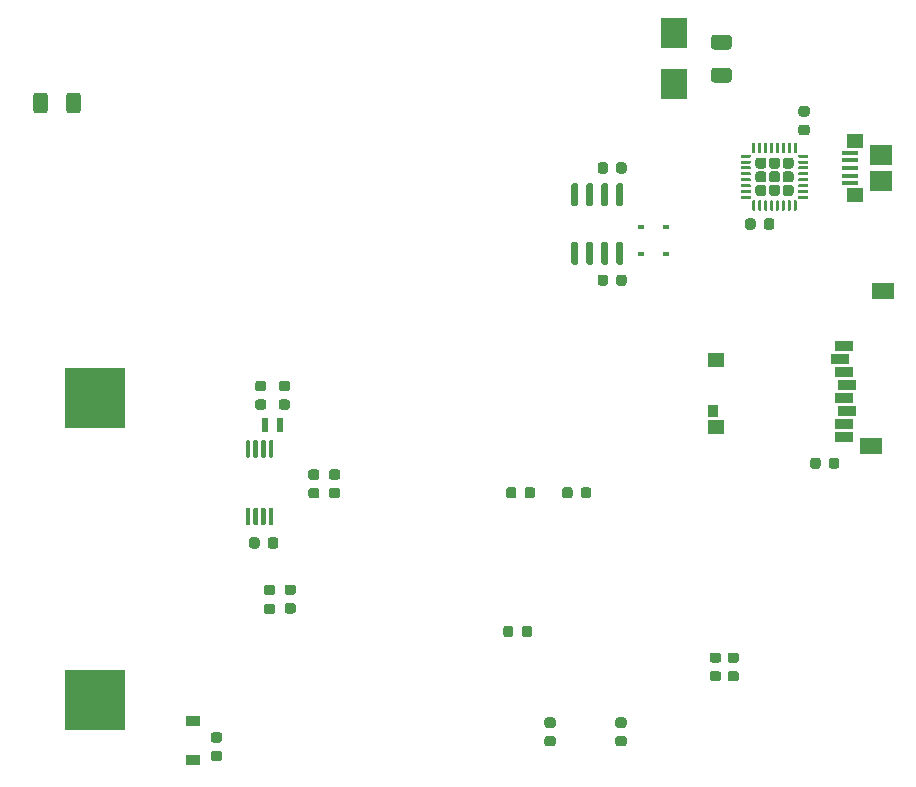
<source format=gbr>
%TF.GenerationSoftware,KiCad,Pcbnew,(5.1.6)-1*%
%TF.CreationDate,2021-11-03T21:47:23-07:00*%
%TF.ProjectId,well-monitor,77656c6c-2d6d-46f6-9e69-746f722e6b69,rev?*%
%TF.SameCoordinates,Original*%
%TF.FileFunction,Paste,Top*%
%TF.FilePolarity,Positive*%
%FSLAX46Y46*%
G04 Gerber Fmt 4.6, Leading zero omitted, Abs format (unit mm)*
G04 Created by KiCad (PCBNEW (5.1.6)-1) date 2021-11-03 21:47:23*
%MOMM*%
%LPD*%
G01*
G04 APERTURE LIST*
%ADD10R,1.450000X1.150000*%
%ADD11R,1.900000X1.750000*%
%ADD12R,1.400000X0.400000*%
%ADD13R,5.100000X5.100000*%
%ADD14R,2.300000X2.500000*%
%ADD15R,0.600000X1.200000*%
%ADD16R,1.498600X0.812800*%
%ADD17R,0.939800X0.990600*%
%ADD18R,1.397000X1.295400*%
%ADD19R,1.905000X1.397000*%
%ADD20R,1.200000X0.900000*%
%ADD21R,0.600000X0.450000*%
G04 APERTURE END LIST*
%TO.C,C15*%
G36*
G01*
X157375000Y-51525000D02*
X158625000Y-51525000D01*
G75*
G02*
X158875000Y-51775000I0J-250000D01*
G01*
X158875000Y-52525000D01*
G75*
G02*
X158625000Y-52775000I-250000J0D01*
G01*
X157375000Y-52775000D01*
G75*
G02*
X157125000Y-52525000I0J250000D01*
G01*
X157125000Y-51775000D01*
G75*
G02*
X157375000Y-51525000I250000J0D01*
G01*
G37*
G36*
G01*
X157375000Y-48725000D02*
X158625000Y-48725000D01*
G75*
G02*
X158875000Y-48975000I0J-250000D01*
G01*
X158875000Y-49725000D01*
G75*
G02*
X158625000Y-49975000I-250000J0D01*
G01*
X157375000Y-49975000D01*
G75*
G02*
X157125000Y-49725000I0J250000D01*
G01*
X157125000Y-48975000D01*
G75*
G02*
X157375000Y-48725000I250000J0D01*
G01*
G37*
%TD*%
D10*
%TO.C,J6*%
X169320000Y-62320000D03*
X169320000Y-57680000D03*
D11*
X171550000Y-61125000D03*
D12*
X168900000Y-60000000D03*
X168900000Y-59350000D03*
X168900000Y-58700000D03*
X168900000Y-61300000D03*
X168900000Y-60650000D03*
D11*
X171550000Y-58875000D03*
%TD*%
D13*
%TO.C,BT1*%
X105000000Y-105050000D03*
X105000000Y-79450000D03*
%TD*%
D14*
%TO.C,D5*%
X154000000Y-52900000D03*
X154000000Y-48600000D03*
%TD*%
D15*
%TO.C,Y1*%
X119400000Y-81750000D03*
X120600000Y-81750000D03*
%TD*%
%TO.C,U5*%
G36*
G01*
X119772512Y-88775000D02*
X119972512Y-88775000D01*
G75*
G02*
X120072512Y-88875000I0J-100000D01*
G01*
X120072512Y-90150000D01*
G75*
G02*
X119972512Y-90250000I-100000J0D01*
G01*
X119772512Y-90250000D01*
G75*
G02*
X119672512Y-90150000I0J100000D01*
G01*
X119672512Y-88875000D01*
G75*
G02*
X119772512Y-88775000I100000J0D01*
G01*
G37*
G36*
G01*
X119122512Y-88775000D02*
X119322512Y-88775000D01*
G75*
G02*
X119422512Y-88875000I0J-100000D01*
G01*
X119422512Y-90150000D01*
G75*
G02*
X119322512Y-90250000I-100000J0D01*
G01*
X119122512Y-90250000D01*
G75*
G02*
X119022512Y-90150000I0J100000D01*
G01*
X119022512Y-88875000D01*
G75*
G02*
X119122512Y-88775000I100000J0D01*
G01*
G37*
G36*
G01*
X118472512Y-88775000D02*
X118672512Y-88775000D01*
G75*
G02*
X118772512Y-88875000I0J-100000D01*
G01*
X118772512Y-90150000D01*
G75*
G02*
X118672512Y-90250000I-100000J0D01*
G01*
X118472512Y-90250000D01*
G75*
G02*
X118372512Y-90150000I0J100000D01*
G01*
X118372512Y-88875000D01*
G75*
G02*
X118472512Y-88775000I100000J0D01*
G01*
G37*
G36*
G01*
X117822512Y-88775000D02*
X118022512Y-88775000D01*
G75*
G02*
X118122512Y-88875000I0J-100000D01*
G01*
X118122512Y-90150000D01*
G75*
G02*
X118022512Y-90250000I-100000J0D01*
G01*
X117822512Y-90250000D01*
G75*
G02*
X117722512Y-90150000I0J100000D01*
G01*
X117722512Y-88875000D01*
G75*
G02*
X117822512Y-88775000I100000J0D01*
G01*
G37*
G36*
G01*
X117822512Y-83050000D02*
X118022512Y-83050000D01*
G75*
G02*
X118122512Y-83150000I0J-100000D01*
G01*
X118122512Y-84425000D01*
G75*
G02*
X118022512Y-84525000I-100000J0D01*
G01*
X117822512Y-84525000D01*
G75*
G02*
X117722512Y-84425000I0J100000D01*
G01*
X117722512Y-83150000D01*
G75*
G02*
X117822512Y-83050000I100000J0D01*
G01*
G37*
G36*
G01*
X118472512Y-83050000D02*
X118672512Y-83050000D01*
G75*
G02*
X118772512Y-83150000I0J-100000D01*
G01*
X118772512Y-84425000D01*
G75*
G02*
X118672512Y-84525000I-100000J0D01*
G01*
X118472512Y-84525000D01*
G75*
G02*
X118372512Y-84425000I0J100000D01*
G01*
X118372512Y-83150000D01*
G75*
G02*
X118472512Y-83050000I100000J0D01*
G01*
G37*
G36*
G01*
X119122512Y-83050000D02*
X119322512Y-83050000D01*
G75*
G02*
X119422512Y-83150000I0J-100000D01*
G01*
X119422512Y-84425000D01*
G75*
G02*
X119322512Y-84525000I-100000J0D01*
G01*
X119122512Y-84525000D01*
G75*
G02*
X119022512Y-84425000I0J100000D01*
G01*
X119022512Y-83150000D01*
G75*
G02*
X119122512Y-83050000I100000J0D01*
G01*
G37*
G36*
G01*
X119772512Y-83050000D02*
X119972512Y-83050000D01*
G75*
G02*
X120072512Y-83150000I0J-100000D01*
G01*
X120072512Y-84425000D01*
G75*
G02*
X119972512Y-84525000I-100000J0D01*
G01*
X119772512Y-84525000D01*
G75*
G02*
X119672512Y-84425000I0J100000D01*
G01*
X119672512Y-83150000D01*
G75*
G02*
X119772512Y-83050000I100000J0D01*
G01*
G37*
%TD*%
%TO.C,U4*%
G36*
G01*
X149255000Y-66250000D02*
X149555000Y-66250000D01*
G75*
G02*
X149705000Y-66400000I0J-150000D01*
G01*
X149705000Y-68050000D01*
G75*
G02*
X149555000Y-68200000I-150000J0D01*
G01*
X149255000Y-68200000D01*
G75*
G02*
X149105000Y-68050000I0J150000D01*
G01*
X149105000Y-66400000D01*
G75*
G02*
X149255000Y-66250000I150000J0D01*
G01*
G37*
G36*
G01*
X147985000Y-66250000D02*
X148285000Y-66250000D01*
G75*
G02*
X148435000Y-66400000I0J-150000D01*
G01*
X148435000Y-68050000D01*
G75*
G02*
X148285000Y-68200000I-150000J0D01*
G01*
X147985000Y-68200000D01*
G75*
G02*
X147835000Y-68050000I0J150000D01*
G01*
X147835000Y-66400000D01*
G75*
G02*
X147985000Y-66250000I150000J0D01*
G01*
G37*
G36*
G01*
X146715000Y-66250000D02*
X147015000Y-66250000D01*
G75*
G02*
X147165000Y-66400000I0J-150000D01*
G01*
X147165000Y-68050000D01*
G75*
G02*
X147015000Y-68200000I-150000J0D01*
G01*
X146715000Y-68200000D01*
G75*
G02*
X146565000Y-68050000I0J150000D01*
G01*
X146565000Y-66400000D01*
G75*
G02*
X146715000Y-66250000I150000J0D01*
G01*
G37*
G36*
G01*
X145445000Y-66250000D02*
X145745000Y-66250000D01*
G75*
G02*
X145895000Y-66400000I0J-150000D01*
G01*
X145895000Y-68050000D01*
G75*
G02*
X145745000Y-68200000I-150000J0D01*
G01*
X145445000Y-68200000D01*
G75*
G02*
X145295000Y-68050000I0J150000D01*
G01*
X145295000Y-66400000D01*
G75*
G02*
X145445000Y-66250000I150000J0D01*
G01*
G37*
G36*
G01*
X145445000Y-61300000D02*
X145745000Y-61300000D01*
G75*
G02*
X145895000Y-61450000I0J-150000D01*
G01*
X145895000Y-63100000D01*
G75*
G02*
X145745000Y-63250000I-150000J0D01*
G01*
X145445000Y-63250000D01*
G75*
G02*
X145295000Y-63100000I0J150000D01*
G01*
X145295000Y-61450000D01*
G75*
G02*
X145445000Y-61300000I150000J0D01*
G01*
G37*
G36*
G01*
X146715000Y-61300000D02*
X147015000Y-61300000D01*
G75*
G02*
X147165000Y-61450000I0J-150000D01*
G01*
X147165000Y-63100000D01*
G75*
G02*
X147015000Y-63250000I-150000J0D01*
G01*
X146715000Y-63250000D01*
G75*
G02*
X146565000Y-63100000I0J150000D01*
G01*
X146565000Y-61450000D01*
G75*
G02*
X146715000Y-61300000I150000J0D01*
G01*
G37*
G36*
G01*
X147985000Y-61300000D02*
X148285000Y-61300000D01*
G75*
G02*
X148435000Y-61450000I0J-150000D01*
G01*
X148435000Y-63100000D01*
G75*
G02*
X148285000Y-63250000I-150000J0D01*
G01*
X147985000Y-63250000D01*
G75*
G02*
X147835000Y-63100000I0J150000D01*
G01*
X147835000Y-61450000D01*
G75*
G02*
X147985000Y-61300000I150000J0D01*
G01*
G37*
G36*
G01*
X149255000Y-61300000D02*
X149555000Y-61300000D01*
G75*
G02*
X149705000Y-61450000I0J-150000D01*
G01*
X149705000Y-63100000D01*
G75*
G02*
X149555000Y-63250000I-150000J0D01*
G01*
X149255000Y-63250000D01*
G75*
G02*
X149105000Y-63100000I0J150000D01*
G01*
X149105000Y-61450000D01*
G75*
G02*
X149255000Y-61300000I150000J0D01*
G01*
G37*
%TD*%
%TO.C,U3*%
G36*
G01*
X163882500Y-60065000D02*
X163417500Y-60065000D01*
G75*
G02*
X163185000Y-59832500I0J232500D01*
G01*
X163185000Y-59367500D01*
G75*
G02*
X163417500Y-59135000I232500J0D01*
G01*
X163882500Y-59135000D01*
G75*
G02*
X164115000Y-59367500I0J-232500D01*
G01*
X164115000Y-59832500D01*
G75*
G02*
X163882500Y-60065000I-232500J0D01*
G01*
G37*
G36*
G01*
X162732500Y-60065000D02*
X162267500Y-60065000D01*
G75*
G02*
X162035000Y-59832500I0J232500D01*
G01*
X162035000Y-59367500D01*
G75*
G02*
X162267500Y-59135000I232500J0D01*
G01*
X162732500Y-59135000D01*
G75*
G02*
X162965000Y-59367500I0J-232500D01*
G01*
X162965000Y-59832500D01*
G75*
G02*
X162732500Y-60065000I-232500J0D01*
G01*
G37*
G36*
G01*
X161582500Y-60065000D02*
X161117500Y-60065000D01*
G75*
G02*
X160885000Y-59832500I0J232500D01*
G01*
X160885000Y-59367500D01*
G75*
G02*
X161117500Y-59135000I232500J0D01*
G01*
X161582500Y-59135000D01*
G75*
G02*
X161815000Y-59367500I0J-232500D01*
G01*
X161815000Y-59832500D01*
G75*
G02*
X161582500Y-60065000I-232500J0D01*
G01*
G37*
G36*
G01*
X163882500Y-61215000D02*
X163417500Y-61215000D01*
G75*
G02*
X163185000Y-60982500I0J232500D01*
G01*
X163185000Y-60517500D01*
G75*
G02*
X163417500Y-60285000I232500J0D01*
G01*
X163882500Y-60285000D01*
G75*
G02*
X164115000Y-60517500I0J-232500D01*
G01*
X164115000Y-60982500D01*
G75*
G02*
X163882500Y-61215000I-232500J0D01*
G01*
G37*
G36*
G01*
X162732500Y-61215000D02*
X162267500Y-61215000D01*
G75*
G02*
X162035000Y-60982500I0J232500D01*
G01*
X162035000Y-60517500D01*
G75*
G02*
X162267500Y-60285000I232500J0D01*
G01*
X162732500Y-60285000D01*
G75*
G02*
X162965000Y-60517500I0J-232500D01*
G01*
X162965000Y-60982500D01*
G75*
G02*
X162732500Y-61215000I-232500J0D01*
G01*
G37*
G36*
G01*
X161582500Y-61215000D02*
X161117500Y-61215000D01*
G75*
G02*
X160885000Y-60982500I0J232500D01*
G01*
X160885000Y-60517500D01*
G75*
G02*
X161117500Y-60285000I232500J0D01*
G01*
X161582500Y-60285000D01*
G75*
G02*
X161815000Y-60517500I0J-232500D01*
G01*
X161815000Y-60982500D01*
G75*
G02*
X161582500Y-61215000I-232500J0D01*
G01*
G37*
G36*
G01*
X163882500Y-62365000D02*
X163417500Y-62365000D01*
G75*
G02*
X163185000Y-62132500I0J232500D01*
G01*
X163185000Y-61667500D01*
G75*
G02*
X163417500Y-61435000I232500J0D01*
G01*
X163882500Y-61435000D01*
G75*
G02*
X164115000Y-61667500I0J-232500D01*
G01*
X164115000Y-62132500D01*
G75*
G02*
X163882500Y-62365000I-232500J0D01*
G01*
G37*
G36*
G01*
X162732500Y-62365000D02*
X162267500Y-62365000D01*
G75*
G02*
X162035000Y-62132500I0J232500D01*
G01*
X162035000Y-61667500D01*
G75*
G02*
X162267500Y-61435000I232500J0D01*
G01*
X162732500Y-61435000D01*
G75*
G02*
X162965000Y-61667500I0J-232500D01*
G01*
X162965000Y-62132500D01*
G75*
G02*
X162732500Y-62365000I-232500J0D01*
G01*
G37*
G36*
G01*
X161582500Y-62365000D02*
X161117500Y-62365000D01*
G75*
G02*
X160885000Y-62132500I0J232500D01*
G01*
X160885000Y-61667500D01*
G75*
G02*
X161117500Y-61435000I232500J0D01*
G01*
X161582500Y-61435000D01*
G75*
G02*
X161815000Y-61667500I0J-232500D01*
G01*
X161815000Y-62132500D01*
G75*
G02*
X161582500Y-62365000I-232500J0D01*
G01*
G37*
G36*
G01*
X160437500Y-62625000D02*
X159687500Y-62625000D01*
G75*
G02*
X159625000Y-62562500I0J62500D01*
G01*
X159625000Y-62437500D01*
G75*
G02*
X159687500Y-62375000I62500J0D01*
G01*
X160437500Y-62375000D01*
G75*
G02*
X160500000Y-62437500I0J-62500D01*
G01*
X160500000Y-62562500D01*
G75*
G02*
X160437500Y-62625000I-62500J0D01*
G01*
G37*
G36*
G01*
X160437500Y-62125000D02*
X159687500Y-62125000D01*
G75*
G02*
X159625000Y-62062500I0J62500D01*
G01*
X159625000Y-61937500D01*
G75*
G02*
X159687500Y-61875000I62500J0D01*
G01*
X160437500Y-61875000D01*
G75*
G02*
X160500000Y-61937500I0J-62500D01*
G01*
X160500000Y-62062500D01*
G75*
G02*
X160437500Y-62125000I-62500J0D01*
G01*
G37*
G36*
G01*
X160437500Y-61625000D02*
X159687500Y-61625000D01*
G75*
G02*
X159625000Y-61562500I0J62500D01*
G01*
X159625000Y-61437500D01*
G75*
G02*
X159687500Y-61375000I62500J0D01*
G01*
X160437500Y-61375000D01*
G75*
G02*
X160500000Y-61437500I0J-62500D01*
G01*
X160500000Y-61562500D01*
G75*
G02*
X160437500Y-61625000I-62500J0D01*
G01*
G37*
G36*
G01*
X160437500Y-61125000D02*
X159687500Y-61125000D01*
G75*
G02*
X159625000Y-61062500I0J62500D01*
G01*
X159625000Y-60937500D01*
G75*
G02*
X159687500Y-60875000I62500J0D01*
G01*
X160437500Y-60875000D01*
G75*
G02*
X160500000Y-60937500I0J-62500D01*
G01*
X160500000Y-61062500D01*
G75*
G02*
X160437500Y-61125000I-62500J0D01*
G01*
G37*
G36*
G01*
X160437500Y-60625000D02*
X159687500Y-60625000D01*
G75*
G02*
X159625000Y-60562500I0J62500D01*
G01*
X159625000Y-60437500D01*
G75*
G02*
X159687500Y-60375000I62500J0D01*
G01*
X160437500Y-60375000D01*
G75*
G02*
X160500000Y-60437500I0J-62500D01*
G01*
X160500000Y-60562500D01*
G75*
G02*
X160437500Y-60625000I-62500J0D01*
G01*
G37*
G36*
G01*
X160437500Y-60125000D02*
X159687500Y-60125000D01*
G75*
G02*
X159625000Y-60062500I0J62500D01*
G01*
X159625000Y-59937500D01*
G75*
G02*
X159687500Y-59875000I62500J0D01*
G01*
X160437500Y-59875000D01*
G75*
G02*
X160500000Y-59937500I0J-62500D01*
G01*
X160500000Y-60062500D01*
G75*
G02*
X160437500Y-60125000I-62500J0D01*
G01*
G37*
G36*
G01*
X160437500Y-59625000D02*
X159687500Y-59625000D01*
G75*
G02*
X159625000Y-59562500I0J62500D01*
G01*
X159625000Y-59437500D01*
G75*
G02*
X159687500Y-59375000I62500J0D01*
G01*
X160437500Y-59375000D01*
G75*
G02*
X160500000Y-59437500I0J-62500D01*
G01*
X160500000Y-59562500D01*
G75*
G02*
X160437500Y-59625000I-62500J0D01*
G01*
G37*
G36*
G01*
X160437500Y-59125000D02*
X159687500Y-59125000D01*
G75*
G02*
X159625000Y-59062500I0J62500D01*
G01*
X159625000Y-58937500D01*
G75*
G02*
X159687500Y-58875000I62500J0D01*
G01*
X160437500Y-58875000D01*
G75*
G02*
X160500000Y-58937500I0J-62500D01*
G01*
X160500000Y-59062500D01*
G75*
G02*
X160437500Y-59125000I-62500J0D01*
G01*
G37*
G36*
G01*
X160812500Y-58750000D02*
X160687500Y-58750000D01*
G75*
G02*
X160625000Y-58687500I0J62500D01*
G01*
X160625000Y-57937500D01*
G75*
G02*
X160687500Y-57875000I62500J0D01*
G01*
X160812500Y-57875000D01*
G75*
G02*
X160875000Y-57937500I0J-62500D01*
G01*
X160875000Y-58687500D01*
G75*
G02*
X160812500Y-58750000I-62500J0D01*
G01*
G37*
G36*
G01*
X161312500Y-58750000D02*
X161187500Y-58750000D01*
G75*
G02*
X161125000Y-58687500I0J62500D01*
G01*
X161125000Y-57937500D01*
G75*
G02*
X161187500Y-57875000I62500J0D01*
G01*
X161312500Y-57875000D01*
G75*
G02*
X161375000Y-57937500I0J-62500D01*
G01*
X161375000Y-58687500D01*
G75*
G02*
X161312500Y-58750000I-62500J0D01*
G01*
G37*
G36*
G01*
X161812500Y-58750000D02*
X161687500Y-58750000D01*
G75*
G02*
X161625000Y-58687500I0J62500D01*
G01*
X161625000Y-57937500D01*
G75*
G02*
X161687500Y-57875000I62500J0D01*
G01*
X161812500Y-57875000D01*
G75*
G02*
X161875000Y-57937500I0J-62500D01*
G01*
X161875000Y-58687500D01*
G75*
G02*
X161812500Y-58750000I-62500J0D01*
G01*
G37*
G36*
G01*
X162312500Y-58750000D02*
X162187500Y-58750000D01*
G75*
G02*
X162125000Y-58687500I0J62500D01*
G01*
X162125000Y-57937500D01*
G75*
G02*
X162187500Y-57875000I62500J0D01*
G01*
X162312500Y-57875000D01*
G75*
G02*
X162375000Y-57937500I0J-62500D01*
G01*
X162375000Y-58687500D01*
G75*
G02*
X162312500Y-58750000I-62500J0D01*
G01*
G37*
G36*
G01*
X162812500Y-58750000D02*
X162687500Y-58750000D01*
G75*
G02*
X162625000Y-58687500I0J62500D01*
G01*
X162625000Y-57937500D01*
G75*
G02*
X162687500Y-57875000I62500J0D01*
G01*
X162812500Y-57875000D01*
G75*
G02*
X162875000Y-57937500I0J-62500D01*
G01*
X162875000Y-58687500D01*
G75*
G02*
X162812500Y-58750000I-62500J0D01*
G01*
G37*
G36*
G01*
X163312500Y-58750000D02*
X163187500Y-58750000D01*
G75*
G02*
X163125000Y-58687500I0J62500D01*
G01*
X163125000Y-57937500D01*
G75*
G02*
X163187500Y-57875000I62500J0D01*
G01*
X163312500Y-57875000D01*
G75*
G02*
X163375000Y-57937500I0J-62500D01*
G01*
X163375000Y-58687500D01*
G75*
G02*
X163312500Y-58750000I-62500J0D01*
G01*
G37*
G36*
G01*
X163812500Y-58750000D02*
X163687500Y-58750000D01*
G75*
G02*
X163625000Y-58687500I0J62500D01*
G01*
X163625000Y-57937500D01*
G75*
G02*
X163687500Y-57875000I62500J0D01*
G01*
X163812500Y-57875000D01*
G75*
G02*
X163875000Y-57937500I0J-62500D01*
G01*
X163875000Y-58687500D01*
G75*
G02*
X163812500Y-58750000I-62500J0D01*
G01*
G37*
G36*
G01*
X164312500Y-58750000D02*
X164187500Y-58750000D01*
G75*
G02*
X164125000Y-58687500I0J62500D01*
G01*
X164125000Y-57937500D01*
G75*
G02*
X164187500Y-57875000I62500J0D01*
G01*
X164312500Y-57875000D01*
G75*
G02*
X164375000Y-57937500I0J-62500D01*
G01*
X164375000Y-58687500D01*
G75*
G02*
X164312500Y-58750000I-62500J0D01*
G01*
G37*
G36*
G01*
X165312500Y-59125000D02*
X164562500Y-59125000D01*
G75*
G02*
X164500000Y-59062500I0J62500D01*
G01*
X164500000Y-58937500D01*
G75*
G02*
X164562500Y-58875000I62500J0D01*
G01*
X165312500Y-58875000D01*
G75*
G02*
X165375000Y-58937500I0J-62500D01*
G01*
X165375000Y-59062500D01*
G75*
G02*
X165312500Y-59125000I-62500J0D01*
G01*
G37*
G36*
G01*
X165312500Y-59625000D02*
X164562500Y-59625000D01*
G75*
G02*
X164500000Y-59562500I0J62500D01*
G01*
X164500000Y-59437500D01*
G75*
G02*
X164562500Y-59375000I62500J0D01*
G01*
X165312500Y-59375000D01*
G75*
G02*
X165375000Y-59437500I0J-62500D01*
G01*
X165375000Y-59562500D01*
G75*
G02*
X165312500Y-59625000I-62500J0D01*
G01*
G37*
G36*
G01*
X165312500Y-60125000D02*
X164562500Y-60125000D01*
G75*
G02*
X164500000Y-60062500I0J62500D01*
G01*
X164500000Y-59937500D01*
G75*
G02*
X164562500Y-59875000I62500J0D01*
G01*
X165312500Y-59875000D01*
G75*
G02*
X165375000Y-59937500I0J-62500D01*
G01*
X165375000Y-60062500D01*
G75*
G02*
X165312500Y-60125000I-62500J0D01*
G01*
G37*
G36*
G01*
X165312500Y-60625000D02*
X164562500Y-60625000D01*
G75*
G02*
X164500000Y-60562500I0J62500D01*
G01*
X164500000Y-60437500D01*
G75*
G02*
X164562500Y-60375000I62500J0D01*
G01*
X165312500Y-60375000D01*
G75*
G02*
X165375000Y-60437500I0J-62500D01*
G01*
X165375000Y-60562500D01*
G75*
G02*
X165312500Y-60625000I-62500J0D01*
G01*
G37*
G36*
G01*
X165312500Y-61125000D02*
X164562500Y-61125000D01*
G75*
G02*
X164500000Y-61062500I0J62500D01*
G01*
X164500000Y-60937500D01*
G75*
G02*
X164562500Y-60875000I62500J0D01*
G01*
X165312500Y-60875000D01*
G75*
G02*
X165375000Y-60937500I0J-62500D01*
G01*
X165375000Y-61062500D01*
G75*
G02*
X165312500Y-61125000I-62500J0D01*
G01*
G37*
G36*
G01*
X165312500Y-61625000D02*
X164562500Y-61625000D01*
G75*
G02*
X164500000Y-61562500I0J62500D01*
G01*
X164500000Y-61437500D01*
G75*
G02*
X164562500Y-61375000I62500J0D01*
G01*
X165312500Y-61375000D01*
G75*
G02*
X165375000Y-61437500I0J-62500D01*
G01*
X165375000Y-61562500D01*
G75*
G02*
X165312500Y-61625000I-62500J0D01*
G01*
G37*
G36*
G01*
X165312500Y-62125000D02*
X164562500Y-62125000D01*
G75*
G02*
X164500000Y-62062500I0J62500D01*
G01*
X164500000Y-61937500D01*
G75*
G02*
X164562500Y-61875000I62500J0D01*
G01*
X165312500Y-61875000D01*
G75*
G02*
X165375000Y-61937500I0J-62500D01*
G01*
X165375000Y-62062500D01*
G75*
G02*
X165312500Y-62125000I-62500J0D01*
G01*
G37*
G36*
G01*
X165312500Y-62625000D02*
X164562500Y-62625000D01*
G75*
G02*
X164500000Y-62562500I0J62500D01*
G01*
X164500000Y-62437500D01*
G75*
G02*
X164562500Y-62375000I62500J0D01*
G01*
X165312500Y-62375000D01*
G75*
G02*
X165375000Y-62437500I0J-62500D01*
G01*
X165375000Y-62562500D01*
G75*
G02*
X165312500Y-62625000I-62500J0D01*
G01*
G37*
G36*
G01*
X164312500Y-63625000D02*
X164187500Y-63625000D01*
G75*
G02*
X164125000Y-63562500I0J62500D01*
G01*
X164125000Y-62812500D01*
G75*
G02*
X164187500Y-62750000I62500J0D01*
G01*
X164312500Y-62750000D01*
G75*
G02*
X164375000Y-62812500I0J-62500D01*
G01*
X164375000Y-63562500D01*
G75*
G02*
X164312500Y-63625000I-62500J0D01*
G01*
G37*
G36*
G01*
X163812500Y-63625000D02*
X163687500Y-63625000D01*
G75*
G02*
X163625000Y-63562500I0J62500D01*
G01*
X163625000Y-62812500D01*
G75*
G02*
X163687500Y-62750000I62500J0D01*
G01*
X163812500Y-62750000D01*
G75*
G02*
X163875000Y-62812500I0J-62500D01*
G01*
X163875000Y-63562500D01*
G75*
G02*
X163812500Y-63625000I-62500J0D01*
G01*
G37*
G36*
G01*
X163312500Y-63625000D02*
X163187500Y-63625000D01*
G75*
G02*
X163125000Y-63562500I0J62500D01*
G01*
X163125000Y-62812500D01*
G75*
G02*
X163187500Y-62750000I62500J0D01*
G01*
X163312500Y-62750000D01*
G75*
G02*
X163375000Y-62812500I0J-62500D01*
G01*
X163375000Y-63562500D01*
G75*
G02*
X163312500Y-63625000I-62500J0D01*
G01*
G37*
G36*
G01*
X162812500Y-63625000D02*
X162687500Y-63625000D01*
G75*
G02*
X162625000Y-63562500I0J62500D01*
G01*
X162625000Y-62812500D01*
G75*
G02*
X162687500Y-62750000I62500J0D01*
G01*
X162812500Y-62750000D01*
G75*
G02*
X162875000Y-62812500I0J-62500D01*
G01*
X162875000Y-63562500D01*
G75*
G02*
X162812500Y-63625000I-62500J0D01*
G01*
G37*
G36*
G01*
X162312500Y-63625000D02*
X162187500Y-63625000D01*
G75*
G02*
X162125000Y-63562500I0J62500D01*
G01*
X162125000Y-62812500D01*
G75*
G02*
X162187500Y-62750000I62500J0D01*
G01*
X162312500Y-62750000D01*
G75*
G02*
X162375000Y-62812500I0J-62500D01*
G01*
X162375000Y-63562500D01*
G75*
G02*
X162312500Y-63625000I-62500J0D01*
G01*
G37*
G36*
G01*
X161812500Y-63625000D02*
X161687500Y-63625000D01*
G75*
G02*
X161625000Y-63562500I0J62500D01*
G01*
X161625000Y-62812500D01*
G75*
G02*
X161687500Y-62750000I62500J0D01*
G01*
X161812500Y-62750000D01*
G75*
G02*
X161875000Y-62812500I0J-62500D01*
G01*
X161875000Y-63562500D01*
G75*
G02*
X161812500Y-63625000I-62500J0D01*
G01*
G37*
G36*
G01*
X161312500Y-63625000D02*
X161187500Y-63625000D01*
G75*
G02*
X161125000Y-63562500I0J62500D01*
G01*
X161125000Y-62812500D01*
G75*
G02*
X161187500Y-62750000I62500J0D01*
G01*
X161312500Y-62750000D01*
G75*
G02*
X161375000Y-62812500I0J-62500D01*
G01*
X161375000Y-63562500D01*
G75*
G02*
X161312500Y-63625000I-62500J0D01*
G01*
G37*
G36*
G01*
X160812500Y-63625000D02*
X160687500Y-63625000D01*
G75*
G02*
X160625000Y-63562500I0J62500D01*
G01*
X160625000Y-62812500D01*
G75*
G02*
X160687500Y-62750000I62500J0D01*
G01*
X160812500Y-62750000D01*
G75*
G02*
X160875000Y-62812500I0J-62500D01*
G01*
X160875000Y-63562500D01*
G75*
G02*
X160812500Y-63625000I-62500J0D01*
G01*
G37*
%TD*%
%TO.C,R5*%
G36*
G01*
X158743750Y-102600000D02*
X159256250Y-102600000D01*
G75*
G02*
X159475000Y-102818750I0J-218750D01*
G01*
X159475000Y-103256250D01*
G75*
G02*
X159256250Y-103475000I-218750J0D01*
G01*
X158743750Y-103475000D01*
G75*
G02*
X158525000Y-103256250I0J218750D01*
G01*
X158525000Y-102818750D01*
G75*
G02*
X158743750Y-102600000I218750J0D01*
G01*
G37*
G36*
G01*
X158743750Y-101025000D02*
X159256250Y-101025000D01*
G75*
G02*
X159475000Y-101243750I0J-218750D01*
G01*
X159475000Y-101681250D01*
G75*
G02*
X159256250Y-101900000I-218750J0D01*
G01*
X158743750Y-101900000D01*
G75*
G02*
X158525000Y-101681250I0J218750D01*
G01*
X158525000Y-101243750D01*
G75*
G02*
X158743750Y-101025000I218750J0D01*
G01*
G37*
%TD*%
%TO.C,R4*%
G36*
G01*
X123243750Y-87100000D02*
X123756250Y-87100000D01*
G75*
G02*
X123975000Y-87318750I0J-218750D01*
G01*
X123975000Y-87756250D01*
G75*
G02*
X123756250Y-87975000I-218750J0D01*
G01*
X123243750Y-87975000D01*
G75*
G02*
X123025000Y-87756250I0J218750D01*
G01*
X123025000Y-87318750D01*
G75*
G02*
X123243750Y-87100000I218750J0D01*
G01*
G37*
G36*
G01*
X123243750Y-85525000D02*
X123756250Y-85525000D01*
G75*
G02*
X123975000Y-85743750I0J-218750D01*
G01*
X123975000Y-86181250D01*
G75*
G02*
X123756250Y-86400000I-218750J0D01*
G01*
X123243750Y-86400000D01*
G75*
G02*
X123025000Y-86181250I0J218750D01*
G01*
X123025000Y-85743750D01*
G75*
G02*
X123243750Y-85525000I218750J0D01*
G01*
G37*
%TD*%
%TO.C,R3*%
G36*
G01*
X125506250Y-86400000D02*
X124993750Y-86400000D01*
G75*
G02*
X124775000Y-86181250I0J218750D01*
G01*
X124775000Y-85743750D01*
G75*
G02*
X124993750Y-85525000I218750J0D01*
G01*
X125506250Y-85525000D01*
G75*
G02*
X125725000Y-85743750I0J-218750D01*
G01*
X125725000Y-86181250D01*
G75*
G02*
X125506250Y-86400000I-218750J0D01*
G01*
G37*
G36*
G01*
X125506250Y-87975000D02*
X124993750Y-87975000D01*
G75*
G02*
X124775000Y-87756250I0J218750D01*
G01*
X124775000Y-87318750D01*
G75*
G02*
X124993750Y-87100000I218750J0D01*
G01*
X125506250Y-87100000D01*
G75*
G02*
X125725000Y-87318750I0J-218750D01*
G01*
X125725000Y-87756250D01*
G75*
G02*
X125506250Y-87975000I-218750J0D01*
G01*
G37*
%TD*%
%TO.C,R2*%
G36*
G01*
X119493750Y-96887500D02*
X120006250Y-96887500D01*
G75*
G02*
X120225000Y-97106250I0J-218750D01*
G01*
X120225000Y-97543750D01*
G75*
G02*
X120006250Y-97762500I-218750J0D01*
G01*
X119493750Y-97762500D01*
G75*
G02*
X119275000Y-97543750I0J218750D01*
G01*
X119275000Y-97106250D01*
G75*
G02*
X119493750Y-96887500I218750J0D01*
G01*
G37*
G36*
G01*
X119493750Y-95312500D02*
X120006250Y-95312500D01*
G75*
G02*
X120225000Y-95531250I0J-218750D01*
G01*
X120225000Y-95968750D01*
G75*
G02*
X120006250Y-96187500I-218750J0D01*
G01*
X119493750Y-96187500D01*
G75*
G02*
X119275000Y-95968750I0J218750D01*
G01*
X119275000Y-95531250D01*
G75*
G02*
X119493750Y-95312500I218750J0D01*
G01*
G37*
%TD*%
%TO.C,R1*%
G36*
G01*
X114993750Y-109350000D02*
X115506250Y-109350000D01*
G75*
G02*
X115725000Y-109568750I0J-218750D01*
G01*
X115725000Y-110006250D01*
G75*
G02*
X115506250Y-110225000I-218750J0D01*
G01*
X114993750Y-110225000D01*
G75*
G02*
X114775000Y-110006250I0J218750D01*
G01*
X114775000Y-109568750D01*
G75*
G02*
X114993750Y-109350000I218750J0D01*
G01*
G37*
G36*
G01*
X114993750Y-107775000D02*
X115506250Y-107775000D01*
G75*
G02*
X115725000Y-107993750I0J-218750D01*
G01*
X115725000Y-108431250D01*
G75*
G02*
X115506250Y-108650000I-218750J0D01*
G01*
X114993750Y-108650000D01*
G75*
G02*
X114775000Y-108431250I0J218750D01*
G01*
X114775000Y-107993750D01*
G75*
G02*
X114993750Y-107775000I218750J0D01*
G01*
G37*
%TD*%
D16*
%TO.C,J7*%
X168415400Y-75059999D03*
X168015401Y-76159999D03*
X168415400Y-77259999D03*
X168615400Y-78360000D03*
X168415400Y-79460000D03*
X168615400Y-80560000D03*
X168415400Y-81659884D03*
X168415400Y-82759884D03*
D17*
X157330401Y-80560064D03*
D18*
X157555400Y-81950000D03*
X157555400Y-76250000D03*
D19*
X170705401Y-83549999D03*
X171705402Y-70400001D03*
%TD*%
%TO.C,F1*%
G36*
G01*
X100975000Y-53875000D02*
X100975000Y-55125000D01*
G75*
G02*
X100725000Y-55375000I-250000J0D01*
G01*
X99975000Y-55375000D01*
G75*
G02*
X99725000Y-55125000I0J250000D01*
G01*
X99725000Y-53875000D01*
G75*
G02*
X99975000Y-53625000I250000J0D01*
G01*
X100725000Y-53625000D01*
G75*
G02*
X100975000Y-53875000I0J-250000D01*
G01*
G37*
G36*
G01*
X103775000Y-53875000D02*
X103775000Y-55125000D01*
G75*
G02*
X103525000Y-55375000I-250000J0D01*
G01*
X102775000Y-55375000D01*
G75*
G02*
X102525000Y-55125000I0J250000D01*
G01*
X102525000Y-53875000D01*
G75*
G02*
X102775000Y-53625000I250000J0D01*
G01*
X103525000Y-53625000D01*
G75*
G02*
X103775000Y-53875000I0J-250000D01*
G01*
G37*
%TD*%
%TO.C,D4*%
G36*
G01*
X157756250Y-101900000D02*
X157243750Y-101900000D01*
G75*
G02*
X157025000Y-101681250I0J218750D01*
G01*
X157025000Y-101243750D01*
G75*
G02*
X157243750Y-101025000I218750J0D01*
G01*
X157756250Y-101025000D01*
G75*
G02*
X157975000Y-101243750I0J-218750D01*
G01*
X157975000Y-101681250D01*
G75*
G02*
X157756250Y-101900000I-218750J0D01*
G01*
G37*
G36*
G01*
X157756250Y-103475000D02*
X157243750Y-103475000D01*
G75*
G02*
X157025000Y-103256250I0J218750D01*
G01*
X157025000Y-102818750D01*
G75*
G02*
X157243750Y-102600000I218750J0D01*
G01*
X157756250Y-102600000D01*
G75*
G02*
X157975000Y-102818750I0J-218750D01*
G01*
X157975000Y-103256250D01*
G75*
G02*
X157756250Y-103475000I-218750J0D01*
G01*
G37*
%TD*%
D20*
%TO.C,D3*%
X113250000Y-106850000D03*
X113250000Y-110150000D03*
%TD*%
D21*
%TO.C,D2*%
X153300000Y-65000000D03*
X151200000Y-65000000D03*
%TD*%
%TO.C,D1*%
X153300000Y-67250000D03*
X151200000Y-67250000D03*
%TD*%
%TO.C,C14*%
G36*
G01*
X149243750Y-108100000D02*
X149756250Y-108100000D01*
G75*
G02*
X149975000Y-108318750I0J-218750D01*
G01*
X149975000Y-108756250D01*
G75*
G02*
X149756250Y-108975000I-218750J0D01*
G01*
X149243750Y-108975000D01*
G75*
G02*
X149025000Y-108756250I0J218750D01*
G01*
X149025000Y-108318750D01*
G75*
G02*
X149243750Y-108100000I218750J0D01*
G01*
G37*
G36*
G01*
X149243750Y-106525000D02*
X149756250Y-106525000D01*
G75*
G02*
X149975000Y-106743750I0J-218750D01*
G01*
X149975000Y-107181250D01*
G75*
G02*
X149756250Y-107400000I-218750J0D01*
G01*
X149243750Y-107400000D01*
G75*
G02*
X149025000Y-107181250I0J218750D01*
G01*
X149025000Y-106743750D01*
G75*
G02*
X149243750Y-106525000I218750J0D01*
G01*
G37*
%TD*%
%TO.C,C13*%
G36*
G01*
X143756250Y-107400000D02*
X143243750Y-107400000D01*
G75*
G02*
X143025000Y-107181250I0J218750D01*
G01*
X143025000Y-106743750D01*
G75*
G02*
X143243750Y-106525000I218750J0D01*
G01*
X143756250Y-106525000D01*
G75*
G02*
X143975000Y-106743750I0J-218750D01*
G01*
X143975000Y-107181250D01*
G75*
G02*
X143756250Y-107400000I-218750J0D01*
G01*
G37*
G36*
G01*
X143756250Y-108975000D02*
X143243750Y-108975000D01*
G75*
G02*
X143025000Y-108756250I0J218750D01*
G01*
X143025000Y-108318750D01*
G75*
G02*
X143243750Y-108100000I218750J0D01*
G01*
X143756250Y-108100000D01*
G75*
G02*
X143975000Y-108318750I0J-218750D01*
G01*
X143975000Y-108756250D01*
G75*
G02*
X143756250Y-108975000I-218750J0D01*
G01*
G37*
%TD*%
%TO.C,C12*%
G36*
G01*
X119600000Y-92006250D02*
X119600000Y-91493750D01*
G75*
G02*
X119818750Y-91275000I218750J0D01*
G01*
X120256250Y-91275000D01*
G75*
G02*
X120475000Y-91493750I0J-218750D01*
G01*
X120475000Y-92006250D01*
G75*
G02*
X120256250Y-92225000I-218750J0D01*
G01*
X119818750Y-92225000D01*
G75*
G02*
X119600000Y-92006250I0J218750D01*
G01*
G37*
G36*
G01*
X118025000Y-92006250D02*
X118025000Y-91493750D01*
G75*
G02*
X118243750Y-91275000I218750J0D01*
G01*
X118681250Y-91275000D01*
G75*
G02*
X118900000Y-91493750I0J-218750D01*
G01*
X118900000Y-92006250D01*
G75*
G02*
X118681250Y-92225000I-218750J0D01*
G01*
X118243750Y-92225000D01*
G75*
G02*
X118025000Y-92006250I0J218750D01*
G01*
G37*
%TD*%
%TO.C,C11*%
G36*
G01*
X146100000Y-87756250D02*
X146100000Y-87243750D01*
G75*
G02*
X146318750Y-87025000I218750J0D01*
G01*
X146756250Y-87025000D01*
G75*
G02*
X146975000Y-87243750I0J-218750D01*
G01*
X146975000Y-87756250D01*
G75*
G02*
X146756250Y-87975000I-218750J0D01*
G01*
X146318750Y-87975000D01*
G75*
G02*
X146100000Y-87756250I0J218750D01*
G01*
G37*
G36*
G01*
X144525000Y-87756250D02*
X144525000Y-87243750D01*
G75*
G02*
X144743750Y-87025000I218750J0D01*
G01*
X145181250Y-87025000D01*
G75*
G02*
X145400000Y-87243750I0J-218750D01*
G01*
X145400000Y-87756250D01*
G75*
G02*
X145181250Y-87975000I-218750J0D01*
G01*
X144743750Y-87975000D01*
G75*
G02*
X144525000Y-87756250I0J218750D01*
G01*
G37*
%TD*%
%TO.C,C10*%
G36*
G01*
X140400000Y-98993750D02*
X140400000Y-99506250D01*
G75*
G02*
X140181250Y-99725000I-218750J0D01*
G01*
X139743750Y-99725000D01*
G75*
G02*
X139525000Y-99506250I0J218750D01*
G01*
X139525000Y-98993750D01*
G75*
G02*
X139743750Y-98775000I218750J0D01*
G01*
X140181250Y-98775000D01*
G75*
G02*
X140400000Y-98993750I0J-218750D01*
G01*
G37*
G36*
G01*
X141975000Y-98993750D02*
X141975000Y-99506250D01*
G75*
G02*
X141756250Y-99725000I-218750J0D01*
G01*
X141318750Y-99725000D01*
G75*
G02*
X141100000Y-99506250I0J218750D01*
G01*
X141100000Y-98993750D01*
G75*
G02*
X141318750Y-98775000I218750J0D01*
G01*
X141756250Y-98775000D01*
G75*
G02*
X141975000Y-98993750I0J-218750D01*
G01*
G37*
%TD*%
%TO.C,C9*%
G36*
G01*
X160900000Y-64493750D02*
X160900000Y-65006250D01*
G75*
G02*
X160681250Y-65225000I-218750J0D01*
G01*
X160243750Y-65225000D01*
G75*
G02*
X160025000Y-65006250I0J218750D01*
G01*
X160025000Y-64493750D01*
G75*
G02*
X160243750Y-64275000I218750J0D01*
G01*
X160681250Y-64275000D01*
G75*
G02*
X160900000Y-64493750I0J-218750D01*
G01*
G37*
G36*
G01*
X162475000Y-64493750D02*
X162475000Y-65006250D01*
G75*
G02*
X162256250Y-65225000I-218750J0D01*
G01*
X161818750Y-65225000D01*
G75*
G02*
X161600000Y-65006250I0J218750D01*
G01*
X161600000Y-64493750D01*
G75*
G02*
X161818750Y-64275000I218750J0D01*
G01*
X162256250Y-64275000D01*
G75*
G02*
X162475000Y-64493750I0J-218750D01*
G01*
G37*
%TD*%
%TO.C,C8*%
G36*
G01*
X166400000Y-84743750D02*
X166400000Y-85256250D01*
G75*
G02*
X166181250Y-85475000I-218750J0D01*
G01*
X165743750Y-85475000D01*
G75*
G02*
X165525000Y-85256250I0J218750D01*
G01*
X165525000Y-84743750D01*
G75*
G02*
X165743750Y-84525000I218750J0D01*
G01*
X166181250Y-84525000D01*
G75*
G02*
X166400000Y-84743750I0J-218750D01*
G01*
G37*
G36*
G01*
X167975000Y-84743750D02*
X167975000Y-85256250D01*
G75*
G02*
X167756250Y-85475000I-218750J0D01*
G01*
X167318750Y-85475000D01*
G75*
G02*
X167100000Y-85256250I0J218750D01*
G01*
X167100000Y-84743750D01*
G75*
G02*
X167318750Y-84525000I218750J0D01*
G01*
X167756250Y-84525000D01*
G75*
G02*
X167975000Y-84743750I0J-218750D01*
G01*
G37*
%TD*%
%TO.C,C7*%
G36*
G01*
X141350000Y-87756250D02*
X141350000Y-87243750D01*
G75*
G02*
X141568750Y-87025000I218750J0D01*
G01*
X142006250Y-87025000D01*
G75*
G02*
X142225000Y-87243750I0J-218750D01*
G01*
X142225000Y-87756250D01*
G75*
G02*
X142006250Y-87975000I-218750J0D01*
G01*
X141568750Y-87975000D01*
G75*
G02*
X141350000Y-87756250I0J218750D01*
G01*
G37*
G36*
G01*
X139775000Y-87756250D02*
X139775000Y-87243750D01*
G75*
G02*
X139993750Y-87025000I218750J0D01*
G01*
X140431250Y-87025000D01*
G75*
G02*
X140650000Y-87243750I0J-218750D01*
G01*
X140650000Y-87756250D01*
G75*
G02*
X140431250Y-87975000I-218750J0D01*
G01*
X139993750Y-87975000D01*
G75*
G02*
X139775000Y-87756250I0J218750D01*
G01*
G37*
%TD*%
%TO.C,C6*%
G36*
G01*
X121243750Y-96850000D02*
X121756250Y-96850000D01*
G75*
G02*
X121975000Y-97068750I0J-218750D01*
G01*
X121975000Y-97506250D01*
G75*
G02*
X121756250Y-97725000I-218750J0D01*
G01*
X121243750Y-97725000D01*
G75*
G02*
X121025000Y-97506250I0J218750D01*
G01*
X121025000Y-97068750D01*
G75*
G02*
X121243750Y-96850000I218750J0D01*
G01*
G37*
G36*
G01*
X121243750Y-95275000D02*
X121756250Y-95275000D01*
G75*
G02*
X121975000Y-95493750I0J-218750D01*
G01*
X121975000Y-95931250D01*
G75*
G02*
X121756250Y-96150000I-218750J0D01*
G01*
X121243750Y-96150000D01*
G75*
G02*
X121025000Y-95931250I0J218750D01*
G01*
X121025000Y-95493750D01*
G75*
G02*
X121243750Y-95275000I218750J0D01*
G01*
G37*
%TD*%
%TO.C,C5*%
G36*
G01*
X119256250Y-78900000D02*
X118743750Y-78900000D01*
G75*
G02*
X118525000Y-78681250I0J218750D01*
G01*
X118525000Y-78243750D01*
G75*
G02*
X118743750Y-78025000I218750J0D01*
G01*
X119256250Y-78025000D01*
G75*
G02*
X119475000Y-78243750I0J-218750D01*
G01*
X119475000Y-78681250D01*
G75*
G02*
X119256250Y-78900000I-218750J0D01*
G01*
G37*
G36*
G01*
X119256250Y-80475000D02*
X118743750Y-80475000D01*
G75*
G02*
X118525000Y-80256250I0J218750D01*
G01*
X118525000Y-79818750D01*
G75*
G02*
X118743750Y-79600000I218750J0D01*
G01*
X119256250Y-79600000D01*
G75*
G02*
X119475000Y-79818750I0J-218750D01*
G01*
X119475000Y-80256250D01*
G75*
G02*
X119256250Y-80475000I-218750J0D01*
G01*
G37*
%TD*%
%TO.C,C4*%
G36*
G01*
X120743750Y-79600000D02*
X121256250Y-79600000D01*
G75*
G02*
X121475000Y-79818750I0J-218750D01*
G01*
X121475000Y-80256250D01*
G75*
G02*
X121256250Y-80475000I-218750J0D01*
G01*
X120743750Y-80475000D01*
G75*
G02*
X120525000Y-80256250I0J218750D01*
G01*
X120525000Y-79818750D01*
G75*
G02*
X120743750Y-79600000I218750J0D01*
G01*
G37*
G36*
G01*
X120743750Y-78025000D02*
X121256250Y-78025000D01*
G75*
G02*
X121475000Y-78243750I0J-218750D01*
G01*
X121475000Y-78681250D01*
G75*
G02*
X121256250Y-78900000I-218750J0D01*
G01*
X120743750Y-78900000D01*
G75*
G02*
X120525000Y-78681250I0J218750D01*
G01*
X120525000Y-78243750D01*
G75*
G02*
X120743750Y-78025000I218750J0D01*
G01*
G37*
%TD*%
%TO.C,C3*%
G36*
G01*
X148400000Y-59743750D02*
X148400000Y-60256250D01*
G75*
G02*
X148181250Y-60475000I-218750J0D01*
G01*
X147743750Y-60475000D01*
G75*
G02*
X147525000Y-60256250I0J218750D01*
G01*
X147525000Y-59743750D01*
G75*
G02*
X147743750Y-59525000I218750J0D01*
G01*
X148181250Y-59525000D01*
G75*
G02*
X148400000Y-59743750I0J-218750D01*
G01*
G37*
G36*
G01*
X149975000Y-59743750D02*
X149975000Y-60256250D01*
G75*
G02*
X149756250Y-60475000I-218750J0D01*
G01*
X149318750Y-60475000D01*
G75*
G02*
X149100000Y-60256250I0J218750D01*
G01*
X149100000Y-59743750D01*
G75*
G02*
X149318750Y-59525000I218750J0D01*
G01*
X149756250Y-59525000D01*
G75*
G02*
X149975000Y-59743750I0J-218750D01*
G01*
G37*
%TD*%
%TO.C,C2*%
G36*
G01*
X148400000Y-69243750D02*
X148400000Y-69756250D01*
G75*
G02*
X148181250Y-69975000I-218750J0D01*
G01*
X147743750Y-69975000D01*
G75*
G02*
X147525000Y-69756250I0J218750D01*
G01*
X147525000Y-69243750D01*
G75*
G02*
X147743750Y-69025000I218750J0D01*
G01*
X148181250Y-69025000D01*
G75*
G02*
X148400000Y-69243750I0J-218750D01*
G01*
G37*
G36*
G01*
X149975000Y-69243750D02*
X149975000Y-69756250D01*
G75*
G02*
X149756250Y-69975000I-218750J0D01*
G01*
X149318750Y-69975000D01*
G75*
G02*
X149100000Y-69756250I0J218750D01*
G01*
X149100000Y-69243750D01*
G75*
G02*
X149318750Y-69025000I218750J0D01*
G01*
X149756250Y-69025000D01*
G75*
G02*
X149975000Y-69243750I0J-218750D01*
G01*
G37*
%TD*%
%TO.C,C1*%
G36*
G01*
X165256250Y-55650000D02*
X164743750Y-55650000D01*
G75*
G02*
X164525000Y-55431250I0J218750D01*
G01*
X164525000Y-54993750D01*
G75*
G02*
X164743750Y-54775000I218750J0D01*
G01*
X165256250Y-54775000D01*
G75*
G02*
X165475000Y-54993750I0J-218750D01*
G01*
X165475000Y-55431250D01*
G75*
G02*
X165256250Y-55650000I-218750J0D01*
G01*
G37*
G36*
G01*
X165256250Y-57225000D02*
X164743750Y-57225000D01*
G75*
G02*
X164525000Y-57006250I0J218750D01*
G01*
X164525000Y-56568750D01*
G75*
G02*
X164743750Y-56350000I218750J0D01*
G01*
X165256250Y-56350000D01*
G75*
G02*
X165475000Y-56568750I0J-218750D01*
G01*
X165475000Y-57006250D01*
G75*
G02*
X165256250Y-57225000I-218750J0D01*
G01*
G37*
%TD*%
M02*

</source>
